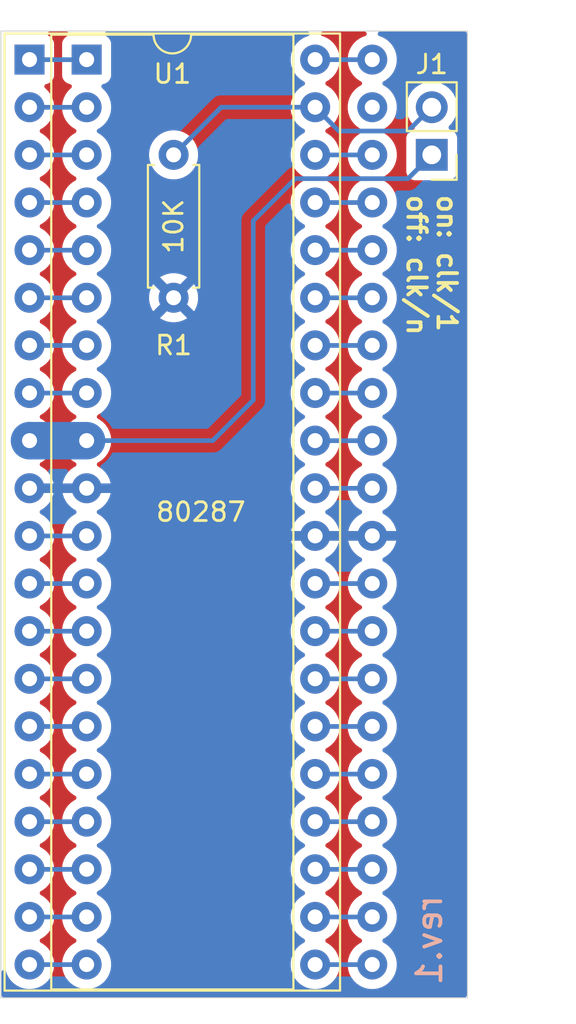
<source format=kicad_pcb>
(kicad_pcb (version 20241229) (generator "pcbnew") (generator_version "9.0")
  (title_block (title "286 booster") (date "2021-12-27") (rev "1") (company "Necroware") (comment 1 "by Scorp"))
  (layers (0 "F.Cu" signal) (2 "B.Cu" signal) (13 "F.Paste" user) (15 "B.Paste" user) (5 "F.SilkS" user "F.Silkscreen") (7 "B.SilkS" user "B.Silkscreen") (1 "F.Mask" user) (3 "B.Mask" user) (25 "Edge.Cuts" user))
  (net 0 "")
  (net 1 "GND")
  (net 2 "VCC")
  (net 3 "CKM")
  (net 4 "/~{READY}")
  (net 5 "/D3")
  (net 6 "/D4")
  (net 7 "/HLDA")
  (net 8 "/D5")
  (net 9 "/CLK286")
  (net 10 "/D6")
  (net 11 "/~{PEACK}")
  (net 12 "/D7")
  (net 13 "/RESET")
  (net 14 "/D8")
  (net 15 "/~{NPS1}")
  (net 16 "/D9")
  (net 17 "/NPS2")
  (net 18 "/NC13")
  (net 19 "/CLK")
  (net 20 "/D10")
  (net 21 "/CMD1")
  (net 22 "/D11")
  (net 23 "/CMD0")
  (net 24 "/~{NPWR}")
  (net 25 "/D12")
  (net 26 "/~{NPRD}")
  (net 27 "/D13")
  (net 28 "/~{ERROR}")
  (net 29 "/D14")
  (net 30 "/~{BUSY}")
  (net 31 "/D15")
  (net 32 "/PEREQ")
  (net 33 "/NC4")
  (net 34 "/D0")
  (net 35 "/~{INTA}")
  (net 36 "/D1")
  (net 37 "/~{S0}")
  (net 38 "/D2")
  (net 39 "/~{S1}")
  (footprint "Package_DIP:DIP-40_W15.24mm" (layer "F.Cu") (at 144.78 59.69)
    (property "Reference" "U2")
    (property "Value" "Socket")
    (pad "1" thru_hole rect (at 0 0) (size 1.6 1.6) (drill 0.8) (layers "*.Cu" "*.Mask") (net 39 "/~{S1}"))
    (pad "2" thru_hole oval (at 0 2.54) (size 1.6 1.6) (drill 0.8) (layers "*.Cu" "*.Mask") (net 37 "/~{S0}"))
    (pad "3" thru_hole oval (at 0 5.08) (size 1.6 1.6) (drill 0.8) (layers "*.Cu" "*.Mask") (net 35 "/~{INTA}"))
    (pad "4" thru_hole oval (at 0 7.62) (size 1.6 1.6) (drill 0.8) (layers "*.Cu" "*.Mask") (net 33 "/NC4"))
    (pad "5" thru_hole oval (at 0 10.16) (size 1.6 1.6) (drill 0.8) (layers "*.Cu" "*.Mask") (net 31 "/D15"))
    (pad "6" thru_hole oval (at 0 12.7) (size 1.6 1.6) (drill 0.8) (layers "*.Cu" "*.Mask") (net 29 "/D14"))
    (pad "7" thru_hole oval (at 0 15.24) (size 1.6 1.6) (drill 0.8) (layers "*.Cu" "*.Mask") (net 27 "/D13"))
    (pad "8" thru_hole oval (at 0 17.78) (size 1.6 1.6) (drill 0.8) (layers "*.Cu" "*.Mask") (net 25 "/D12"))
    (pad "9" thru_hole oval (at 0 20.32) (size 1.6 1.6) (drill 0.8) (layers "*.Cu" "*.Mask") (net 2 "VCC"))
    (pad "10" thru_hole oval (at 0 22.86) (size 1.6 1.6) (drill 0.8) (layers "*.Cu" "*.Mask") (net 1 "GND"))
    (pad "11" thru_hole oval (at 0 25.4) (size 1.6 1.6) (drill 0.8) (layers "*.Cu" "*.Mask") (net 22 "/D11"))
    (pad "12" thru_hole oval (at 0 27.94) (size 1.6 1.6) (drill 0.8) (layers "*.Cu" "*.Mask") (net 20 "/D10"))
    (pad "13" thru_hole oval (at 0 30.48) (size 1.6 1.6) (drill 0.8) (layers "*.Cu" "*.Mask") (net 18 "/NC13"))
    (pad "14" thru_hole oval (at 0 33.02) (size 1.6 1.6) (drill 0.8) (layers "*.Cu" "*.Mask") (net 16 "/D9"))
    (pad "15" thru_hole oval (at 0 35.56) (size 1.6 1.6) (drill 0.8) (layers "*.Cu" "*.Mask") (net 14 "/D8"))
    (pad "16" thru_hole oval (at 0 38.1) (size 1.6 1.6) (drill 0.8) (layers "*.Cu" "*.Mask") (net 12 "/D7"))
    (pad "17" thru_hole oval (at 0 40.64) (size 1.6 1.6) (drill 0.8) (layers "*.Cu" "*.Mask") (net 10 "/D6"))
    (pad "18" thru_hole oval (at 0 43.18) (size 1.6 1.6) (drill 0.8) (layers "*.Cu" "*.Mask") (net 8 "/D5"))
    (pad "19" thru_hole oval (at 0 45.72) (size 1.6 1.6) (drill 0.8) (layers "*.Cu" "*.Mask") (net 6 "/D4"))
    (pad "20" thru_hole oval (at 0 48.26) (size 1.6 1.6) (drill 0.8) (layers "*.Cu" "*.Mask") (net 5 "/D3"))
    (pad "21" thru_hole oval (at 15.24 48.26) (size 1.6 1.6) (drill 0.8) (layers "*.Cu" "*.Mask") (net 38 "/D2"))
    (pad "22" thru_hole oval (at 15.24 45.72) (size 1.6 1.6) (drill 0.8) (layers "*.Cu" "*.Mask") (net 36 "/D1"))
    (pad "23" thru_hole oval (at 15.24 43.18) (size 1.6 1.6) (drill 0.8) (layers "*.Cu" "*.Mask") (net 34 "/D0"))
    (pad "24" thru_hole oval (at 15.24 40.64) (size 1.6 1.6) (drill 0.8) (layers "*.Cu" "*.Mask") (net 32 "/PEREQ"))
    (pad "25" thru_hole oval (at 15.24 38.1) (size 1.6 1.6) (drill 0.8) (layers "*.Cu" "*.Mask") (net 30 "/~{BUSY}"))
    (pad "26" thru_hole oval (at 15.24 35.56) (size 1.6 1.6) (drill 0.8) (layers "*.Cu" "*.Mask") (net 28 "/~{ERROR}"))
    (pad "27" thru_hole oval (at 15.24 33.02) (size 1.6 1.6) (drill 0.8) (layers "*.Cu" "*.Mask") (net 26 "/~{NPRD}"))
    (pad "28" thru_hole oval (at 15.24 30.48) (size 1.6 1.6) (drill 0.8) (layers "*.Cu" "*.Mask") (net 24 "/~{NPWR}"))
    (pad "29" thru_hole oval (at 15.24 27.94) (size 1.6 1.6) (drill 0.8) (layers "*.Cu" "*.Mask") (net 23 "/CMD0"))
    (pad "30" thru_hole oval (at 15.24 25.4) (size 1.6 1.6) (drill 0.8) (layers "*.Cu" "*.Mask") (net 1 "GND"))
    (pad "31" thru_hole oval (at 15.24 22.86) (size 1.6 1.6) (drill 0.8) (layers "*.Cu" "*.Mask") (net 21 "/CMD1"))
    (pad "32" thru_hole oval (at 15.24 20.32) (size 1.6 1.6) (drill 0.8) (layers "*.Cu" "*.Mask") (net 19 "/CLK"))
    (pad "33" thru_hole oval (at 15.24 17.78) (size 1.6 1.6) (drill 0.8) (layers "*.Cu" "*.Mask") (net 17 "/NPS2"))
    (pad "34" thru_hole oval (at 15.24 15.24) (size 1.6 1.6) (drill 0.8) (layers "*.Cu" "*.Mask") (net 15 "/~{NPS1}"))
    (pad "35" thru_hole oval (at 15.24 12.7) (size 1.6 1.6) (drill 0.8) (layers "*.Cu" "*.Mask") (net 13 "/RESET"))
    (pad "36" thru_hole oval (at 15.24 10.16) (size 1.6 1.6) (drill 0.8) (layers "*.Cu" "*.Mask") (net 11 "/~{PEACK}"))
    (pad "37" thru_hole oval (at 15.24 7.62) (size 1.6 1.6) (drill 0.8) (layers "*.Cu" "*.Mask") (net 9 "/CLK286"))
    (pad "38" thru_hole oval (at 15.24 5.08) (size 1.6 1.6) (drill 0.8) (layers "*.Cu" "*.Mask") (net 7 "/HLDA"))
    (pad "39" thru_hole oval (at 15.24 2.54) (size 1.6 1.6) (drill 0.8) (layers "*.Cu" "*.Mask"))
    (pad "40" thru_hole oval (at 15.24 0) (size 1.6 1.6) (drill 0.8) (layers "*.Cu" "*.Mask") (net 4 "/~{READY}"))
  )
  (footprint "Connector_PinHeader_2.54mm:PinHeader_1x02_P2.54mm_Vertical" (layer "F.Cu") (at 163.195 64.77 180)
    (property "Reference" "J1" (at 0 4.826 0) (layer "F.SilkS"))
    (property "Value" "Conn_01x02_Female")
    (fp_line (start 1.33 1.27) (end 1.33 3.87) (stroke (width 0.12)) (layer "F.SilkS"))
    (fp_line (start -1.33 3.87) (end 1.33 3.87) (stroke (width 0.12)) (layer "F.SilkS"))
    (fp_line (start -1.33 1.27) (end 1.33 1.27) (stroke (width 0.12)) (layer "F.SilkS"))
    (fp_line (start -1.33 1.27) (end -1.33 3.87) (stroke (width 0.12)) (layer "F.SilkS"))
    (fp_line (start -1.33 0) (end -1.33 -1.33) (stroke (width 0.12)) (layer "F.SilkS"))
    (fp_line (start -1.33 -1.33) (end 0 -1.33) (stroke (width 0.12)) (layer "F.SilkS"))
    (pad "1" thru_hole rect (at 0 0 180) (size 1.7 1.7) (drill 1) (layers "*.Cu" "*.Mask") (net 2 "VCC"))
    (pad "2" thru_hole oval (at 0 2.54 180) (size 1.7 1.7) (drill 1) (layers "*.Cu" "*.Mask") (net 3 "CKM"))
  )
  (footprint "Package_DIP:DIP-40_W15.24mm_Socket" (layer "F.Cu") (at 141.732 59.69)
    (property "Reference" "U1" (at 7.62 0.762 0) (layer "F.SilkS"))
    (property "Value" "80287" (at 9.144 24.125 180) (layer "F.SilkS"))
    (fp_line (start -1.33 -1.39) (end -1.33 49.65) (stroke (width 0.12)) (layer "F.SilkS"))
    (fp_line (start -1.33 49.65) (end 16.57 49.65) (stroke (width 0.12)) (layer "F.SilkS"))
    (fp_line (start 1.16 -1.33) (end 1.16 49.59) (stroke (width 0.12)) (layer "F.SilkS"))
    (fp_line (start 1.16 49.59) (end 14.08 49.59) (stroke (width 0.12)) (layer "F.SilkS"))
    (fp_line (start 6.62 -1.33) (end 1.16 -1.33) (stroke (width 0.12)) (layer "F.SilkS"))
    (fp_line (start 14.08 -1.33) (end 8.62 -1.33) (stroke (width 0.12)) (layer "F.SilkS"))
    (fp_line (start 14.08 49.59) (end 14.08 -1.33) (stroke (width 0.12)) (layer "F.SilkS"))
    (fp_line (start 16.57 -1.39) (end -1.33 -1.39) (stroke (width 0.12)) (layer "F.SilkS"))
    (fp_line (start 16.57 49.65) (end 16.57 -1.39) (stroke (width 0.12)) (layer "F.SilkS"))
    (fp_arc (start 8.62 -1.33) (mid 7.62 -0.33) (end 6.62 -1.33) (stroke (width 0.12)) (layer "F.SilkS"))
    (pad "1" thru_hole rect (at 0 0) (size 1.6 1.6) (drill 0.8) (layers "*.Cu" "*.Mask") (net 39 "/~{S1}"))
    (pad "2" thru_hole oval (at 0 2.54) (size 1.6 1.6) (drill 0.8) (layers "*.Cu" "*.Mask") (net 37 "/~{S0}"))
    (pad "3" thru_hole oval (at 0 5.08) (size 1.6 1.6) (drill 0.8) (layers "*.Cu" "*.Mask") (net 35 "/~{INTA}"))
    (pad "4" thru_hole oval (at 0 7.62) (size 1.6 1.6) (drill 0.8) (layers "*.Cu" "*.Mask") (net 33 "/NC4"))
    (pad "5" thru_hole oval (at 0 10.16) (size 1.6 1.6) (drill 0.8) (layers "*.Cu" "*.Mask") (net 31 "/D15"))
    (pad "6" thru_hole oval (at 0 12.7) (size 1.6 1.6) (drill 0.8) (layers "*.Cu" "*.Mask") (net 29 "/D14"))
    (pad "7" thru_hole oval (at 0 15.24) (size 1.6 1.6) (drill 0.8) (layers "*.Cu" "*.Mask") (net 27 "/D13"))
    (pad "8" thru_hole oval (at 0 17.78) (size 1.6 1.6) (drill 0.8) (layers "*.Cu" "*.Mask") (net 25 "/D12"))
    (pad "9" thru_hole oval (at 0 20.32) (size 1.6 1.6) (drill 0.8) (layers "*.Cu" "*.Mask") (net 2 "VCC"))
    (pad "10" thru_hole oval (at 0 22.86) (size 1.6 1.6) (drill 0.8) (layers "*.Cu" "*.Mask") (net 1 "GND"))
    (pad "11" thru_hole oval (at 0 25.4) (size 1.6 1.6) (drill 0.8) (layers "*.Cu" "*.Mask") (net 22 "/D11"))
    (pad "12" thru_hole oval (at 0 27.94) (size 1.6 1.6) (drill 0.8) (layers "*.Cu" "*.Mask") (net 20 "/D10"))
    (pad "13" thru_hole oval (at 0 30.48) (size 1.6 1.6) (drill 0.8) (layers "*.Cu" "*.Mask") (net 18 "/NC13"))
    (pad "14" thru_hole oval (at 0 33.02) (size 1.6 1.6) (drill 0.8) (layers "*.Cu" "*.Mask") (net 16 "/D9"))
    (pad "15" thru_hole oval (at 0 35.56) (size 1.6 1.6) (drill 0.8) (layers "*.Cu" "*.Mask") (net 14 "/D8"))
    (pad "16" thru_hole oval (at 0 38.1) (size 1.6 1.6) (drill 0.8) (layers "*.Cu" "*.Mask") (net 12 "/D7"))
    (pad "17" thru_hole oval (at 0 40.64) (size 1.6 1.6) (drill 0.8) (layers "*.Cu" "*.Mask") (net 10 "/D6"))
    (pad "18" thru_hole oval (at 0 43.18) (size 1.6 1.6) (drill 0.8) (layers "*.Cu" "*.Mask") (net 8 "/D5"))
    (pad "19" thru_hole oval (at 0 45.72) (size 1.6 1.6) (drill 0.8) (layers "*.Cu" "*.Mask") (net 6 "/D4"))
    (pad "20" thru_hole oval (at 0 48.26) (size 1.6 1.6) (drill 0.8) (layers "*.Cu" "*.Mask") (net 5 "/D3"))
    (pad "21" thru_hole oval (at 15.24 48.26) (size 1.6 1.6) (drill 0.8) (layers "*.Cu" "*.Mask") (net 38 "/D2"))
    (pad "22" thru_hole oval (at 15.24 45.72) (size 1.6 1.6) (drill 0.8) (layers "*.Cu" "*.Mask") (net 36 "/D1"))
    (pad "23" thru_hole oval (at 15.24 43.18) (size 1.6 1.6) (drill 0.8) (layers "*.Cu" "*.Mask") (net 34 "/D0"))
    (pad "24" thru_hole oval (at 15.24 40.64) (size 1.6 1.6) (drill 0.8) (layers "*.Cu" "*.Mask") (net 32 "/PEREQ"))
    (pad "25" thru_hole oval (at 15.24 38.1) (size 1.6 1.6) (drill 0.8) (layers "*.Cu" "*.Mask") (net 30 "/~{BUSY}"))
    (pad "26" thru_hole oval (at 15.24 35.56) (size 1.6 1.6) (drill 0.8) (layers "*.Cu" "*.Mask") (net 28 "/~{ERROR}"))
    (pad "27" thru_hole oval (at 15.24 33.02) (size 1.6 1.6) (drill 0.8) (layers "*.Cu" "*.Mask") (net 26 "/~{NPRD}"))
    (pad "28" thru_hole oval (at 15.24 30.48) (size 1.6 1.6) (drill 0.8) (layers "*.Cu" "*.Mask") (net 24 "/~{NPWR}"))
    (pad "29" thru_hole oval (at 15.24 27.94) (size 1.6 1.6) (drill 0.8) (layers "*.Cu" "*.Mask") (net 23 "/CMD0"))
    (pad "30" thru_hole oval (at 15.24 25.4) (size 1.6 1.6) (drill 0.8) (layers "*.Cu" "*.Mask") (net 1 "GND"))
    (pad "31" thru_hole oval (at 15.24 22.86) (size 1.6 1.6) (drill 0.8) (layers "*.Cu" "*.Mask") (net 21 "/CMD1"))
    (pad "32" thru_hole oval (at 15.24 20.32) (size 1.6 1.6) (drill 0.8) (layers "*.Cu" "*.Mask") (net 19 "/CLK"))
    (pad "33" thru_hole oval (at 15.24 17.78) (size 1.6 1.6) (drill 0.8) (layers "*.Cu" "*.Mask") (net 17 "/NPS2"))
    (pad "34" thru_hole oval (at 15.24 15.24) (size 1.6 1.6) (drill 0.8) (layers "*.Cu" "*.Mask") (net 15 "/~{NPS1}"))
    (pad "35" thru_hole oval (at 15.24 12.7) (size 1.6 1.6) (drill 0.8) (layers "*.Cu" "*.Mask") (net 13 "/RESET"))
    (pad "36" thru_hole oval (at 15.24 10.16) (size 1.6 1.6) (drill 0.8) (layers "*.Cu" "*.Mask") (net 11 "/~{PEACK}"))
    (pad "37" thru_hole oval (at 15.24 7.62) (size 1.6 1.6) (drill 0.8) (layers "*.Cu" "*.Mask") (net 9 "/CLK286"))
    (pad "38" thru_hole oval (at 15.24 5.08) (size 1.6 1.6) (drill 0.8) (layers "*.Cu" "*.Mask") (net 7 "/HLDA"))
    (pad "39" thru_hole oval (at 15.24 2.54) (size 1.6 1.6) (drill 0.8) (layers "*.Cu" "*.Mask") (net 3 "CKM"))
    (pad "40" thru_hole oval (at 15.24 0) (size 1.6 1.6) (drill 0.8) (layers "*.Cu" "*.Mask") (net 4 "/~{READY}"))
  )
  (footprint "Symbol:OSHW-Logo2_9.8x8mm_Copper" (layer "F.Cu") (at 150.876 99.06 -90)
    (property "Reference" "REF**" (hide yes))
    (property "Value" "OSHW-Logo2_9.8x8mm_Copper" (hide yes))
  )
  (footprint "Resistor_THT:R_Axial_DIN0207_L6.3mm_D2.5mm_P7.62mm_Horizontal" (layer "F.Cu") (at 149.4195 72.39 90)
    (property "Reference" "R1" (at -2.54 0 0) (layer "F.SilkS"))
    (property "Value" "10K" (at 3.81 0 90) (layer "F.SilkS"))
    (fp_line (start 7.08 -1.37) (end 7.08 -1.04) (stroke (width 0.12)) (layer "F.SilkS"))
    (fp_line (start 0.54 -1.37) (end 7.08 -1.37) (stroke (width 0.12)) (layer "F.SilkS"))
    (fp_line (start 0.54 -1.04) (end 0.54 -1.37) (stroke (width 0.12)) (layer "F.SilkS"))
    (fp_line (start 0.54 1.04) (end 0.54 1.37) (stroke (width 0.12)) (layer "F.SilkS"))
    (fp_line (start 7.08 1.37) (end 7.08 1.04) (stroke (width 0.12)) (layer "F.SilkS"))
    (fp_line (start 0.54 1.37) (end 7.08 1.37) (stroke (width 0.12)) (layer "F.SilkS"))
    (pad "1" thru_hole circle (at 0 0 90) (size 1.6 1.6) (drill 0.8) (layers "*.Cu" "*.Mask") (net 1 "GND"))
    (pad "2" thru_hole oval (at 7.62 0 90) (size 1.6 1.6) (drill 0.8) (layers "*.Cu" "*.Mask") (net 3 "CKM"))
  )
  (gr_line (start 140.208 109.728) (end 140.208 58.166) (stroke (width 0.05)) (layer "Edge.Cuts"))
  (gr_line (start 140.208 58.166) (end 165.1 58.166) (stroke (width 0.05)) (layer "Edge.Cuts"))
  (gr_line (start 165.1 109.728) (end 140.208 109.728) (stroke (width 0.05)) (layer "Edge.Cuts"))
  (gr_line (start 165.1 58.166) (end 165.1 109.728) (stroke (width 0.05)) (layer "Edge.Cuts"))
  (gr_text "on: clk/1\noff: clk/n" (at 163.195 66.802 270) (layer "F.SilkS") (effects (font (size 1 1) (thickness 0.2)) (justify left)))
  (gr_text "rev.${REVISION}" (at 163.068 104.14 90) (layer "B.SilkS") (effects (font (size 1.3 1.3) (thickness 0.2)) (justify left mirror)))
  (segment (start 141.605 82.554) (end 144.776 82.554) (width 0.25) (layer "B.Cu") (net 1))
  (segment (start 144.776 82.554) (end 144.78 82.55) (width 0.25) (layer "B.Cu") (net 1))
  (segment (start 153.67 68.289249) (end 155.919249 66.04) (width 0.25) (layer "B.Cu") (net 2))
  (segment (start 144.78 80.01) (end 151.511 80.01) (width 0.25) (layer "B.Cu") (net 2))
  (segment (start 141.736 80.014) (end 144.776 80.014) (width 2) (layer "B.Cu") (net 2))
  (segment (start 144.776 80.014) (end 144.78 80.01) (width 0.25) (layer "B.Cu") (net 2))
  (segment (start 153.67 77.851) (end 153.67 68.289249) (width 0.25) (layer "B.Cu") (net 2))
  (segment (start 161.925 66.04) (end 163.195 64.77) (width 0.25) (layer "B.Cu") (net 2))
  (segment (start 141.732 80.01) (end 141.736 80.014) (width 2) (layer "B.Cu") (net 2))
  (segment (start 151.511 80.01) (end 153.67 77.851) (width 0.25) (layer "B.Cu") (net 2))
  (segment (start 155.919249 66.04) (end 161.925 66.04) (width 0.25) (layer "B.Cu") (net 2))
  (segment (start 158.242 63.5) (end 161.925 63.5) (width 0.25) (layer "B.Cu") (net 3))
  (segment (start 156.972 62.23) (end 158.242 63.5) (width 0.25) (layer "B.Cu") (net 3))
  (segment (start 161.925 63.5) (end 163.195 62.23) (width 0.25) (layer "B.Cu") (net 3))
  (segment (start 156.972 62.23) (end 151.9595 62.23) (width 0.25) (layer "B.Cu") (net 3))
  (segment (start 151.9595 62.23) (end 149.4195 64.77) (width 0.25) (layer "B.Cu") (net 3))
  (segment (start 156.845 59.694) (end 160.016 59.694) (width 0.25) (layer "B.Cu") (net 4))
  (segment (start 160.016 59.694) (end 160.02 59.69) (width 0.25) (layer "B.Cu") (net 4))
  (segment (start 144.776 107.954) (end 144.78 107.95) (width 0.25) (layer "B.Cu") (net 5))
  (segment (start 141.605 107.954) (end 144.776 107.954) (width 0.25) (layer "B.Cu") (net 5))
  (segment (start 144.776 105.414) (end 144.78 105.41) (width 0.25) (layer "B.Cu") (net 6))
  (segment (start 141.605 105.414) (end 144.776 105.414) (width 0.25) (layer "B.Cu") (net 6))
  (segment (start 160.016 64.774) (end 160.02 64.77) (width 0.25) (layer "B.Cu") (net 7))
  (segment (start 156.845 64.774) (end 160.016 64.774) (width 0.25) (layer "B.Cu") (net 7))
  (segment (start 141.605 102.874) (end 144.776 102.874) (width 0.25) (layer "B.Cu") (net 8))
  (segment (start 144.776 102.874) (end 144.78 102.87) (width 0.25) (layer "B.Cu") (net 8))
  (segment (start 160.016 67.314) (end 160.02 67.31) (width 0.25) (layer "B.Cu") (net 9))
  (segment (start 156.845 67.314) (end 160.016 67.314) (width 0.25) (layer "B.Cu") (net 9))
  (segment (start 141.605 100.334) (end 144.776 100.334) (width 0.25) (layer "B.Cu") (net 10))
  (segment (start 144.776 100.334) (end 144.78 100.33) (width 0.25) (layer "B.Cu") (net 10))
  (segment (start 156.845 69.854) (end 160.016 69.854) (width 0.25) (layer "B.Cu") (net 11))
  (segment (start 160.016 69.854) (end 160.02 69.85) (width 0.25) (layer "B.Cu") (net 11))
  (segment (start 144.776 97.794) (end 144.78 97.79) (width 0.25) (layer "B.Cu") (net 12))
  (segment (start 141.605 97.794) (end 144.776 97.794) (width 0.25) (layer "B.Cu") (net 12))
  (segment (start 160.016 72.394) (end 160.02 72.39) (width 0.25) (layer "B.Cu") (net 13))
  (segment (start 156.845 72.394) (end 160.016 72.394) (width 0.25) (layer "B.Cu") (net 13))
  (segment (start 144.776 95.254) (end 144.78 95.25) (width 0.25) (layer "B.Cu") (net 14))
  (segment (start 141.605 95.254) (end 144.776 95.254) (width 0.25) (layer "B.Cu") (net 14))
  (segment (start 160.016 74.934) (end 160.02 74.93) (width 0.25) (layer "B.Cu") (net 15))
  (segment (start 156.845 74.934) (end 160.016 74.934) (width 0.25) (layer "B.Cu") (net 15))
  (segment (start 144.776 92.714) (end 144.78 92.71) (width 0.25) (layer "B.Cu") (net 16))
  (segment (start 141.605 92.714) (end 144.776 92.714) (width 0.25) (layer "B.Cu") (net 16))
  (segment (start 160.016 77.474) (end 160.02 77.47) (width 0.25) (layer "B.Cu") (net 17))
  (segment (start 156.845 77.474) (end 160.016 77.474) (width 0.25) (layer "B.Cu") (net 17))
  (segment (start 141.605 90.174) (end 144.776 90.174) (width 0.25) (layer "B.Cu") (net 18))
  (segment (start 144.776 90.174) (end 144.78 90.17) (width 0.25) (layer "B.Cu") (net 18))
  (segment (start 156.845 80.014) (end 160.016 80.014) (width 0.25) (layer "B.Cu") (net 19))
  (segment (start 160.016 80.014) (end 160.02 80.01) (width 0.25) (layer "B.Cu") (net 19))
  (segment (start 144.776 87.634) (end 144.78 87.63) (width 0.25) (layer "B.Cu") (net 20))
  (segment (start 141.605 87.634) (end 144.776 87.634) (width 0.25) (layer "B.Cu") (net 20))
  (segment (start 160.016 82.554) (end 160.02 82.55) (width 0.25) (layer "B.Cu") (net 21))
  (segment (start 156.845 82.554) (end 160.016 82.554) (width 0.25) (layer "B.Cu") (net 21))
  (segment (start 144.776 85.094) (end 144.78 85.09) (width 0.25) (layer "B.Cu") (net 22))
  (segment (start 141.605 85.094) (end 144.776 85.094) (width 0.25) (layer "B.Cu") (net 22))
  (segment (start 160.016 87.634) (end 160.02 87.63) (width 0.25) (layer "B.Cu") (net 23))
  (segment (start 156.845 87.634) (end 160.016 87.634) (width 0.25) (layer "B.Cu") (net 23))
  (segment (start 160.016 90.174) (end 160.02 90.17) (width 0.25) (layer "B.Cu") (net 24))
  (segment (start 156.845 90.174) (end 160.016 90.174) (width 0.25) (layer "B.Cu") (net 24))
  (segment (start 144.776 77.474) (end 144.78 77.47) (width 0.25) (layer "B.Cu") (net 25))
  (segment (start 141.605 77.474) (end 144.776 77.474) (width 0.25) (layer "B.Cu") (net 25))
  (segment (start 156.845 92.714) (end 160.016 92.714) (width 0.25) (layer "B.Cu") (net 26))
  (segment (start 160.016 92.714) (end 160.02 92.71) (width 0.25) (layer "B.Cu") (net 26))
  (segment (start 141.605 74.934) (end 144.776 74.934) (width 0.25) (layer "B.Cu") (net 27))
  (segment (start 144.776 74.934) (end 144.78 74.93) (width 0.25) (layer "B.Cu") (net 27))
  (segment (start 156.845 95.254) (end 160.016 95.254) (width 0.25) (layer "B.Cu") (net 28))
  (segment (start 160.016 95.254) (end 160.02 95.25) (width 0.25) (layer "B.Cu") (net 28))
  (segment (start 141.605 72.394) (end 144.776 72.394) (width 0.25) (layer "B.Cu") (net 29))
  (segment (start 144.776 72.394) (end 144.78 72.39) (width 0.25) (layer "B.Cu") (net 29))
  (segment (start 160.016 97.794) (end 160.02 97.79) (width 0.25) (layer "B.Cu") (net 30))
  (segment (start 156.845 97.794) (end 160.016 97.794) (width 0.25) (layer "B.Cu") (net 30))
  (segment (start 141.605 69.854) (end 144.776 69.854) (width 0.25) (layer "B.Cu") (net 31))
  (segment (start 144.776 69.854) (end 144.78 69.85) (width 0.25) (layer "B.Cu") (net 31))
  (segment (start 156.845 100.334) (end 160.016 100.334) (width 0.25) (layer "B.Cu") (net 32))
  (segment (start 160.016 100.334) (end 160.02 100.33) (width 0.25) (layer "B.Cu") (net 32))
  (segment (start 144.776 67.314) (end 144.78 67.31) (width 0.25) (layer "B.Cu") (net 33))
  (segment (start 141.605 67.314) (end 144.776 67.314) (width 0.25) (layer "B.Cu") (net 33))
  (segment (start 160.016 102.874) (end 160.02 102.87) (width 0.25) (layer "B.Cu") (net 34))
  (segment (start 156.845 102.874) (end 160.016 102.874) (width 0.25) (layer "B.Cu") (net 34))
  (segment (start 141.605 64.774) (end 144.776 64.774) (width 0.25) (layer "B.Cu") (net 35))
  (segment (start 144.776 64.774) (end 144.78 64.77) (width 0.25) (layer "B.Cu") (net 35))
  (segment (start 156.845 105.414) (end 160.016 105.414) (width 0.25) (layer "B.Cu") (net 36))
  (segment (start 160.016 105.414) (end 160.02 105.41) (width 0.25) (layer "B.Cu") (net 36))
  (segment (start 141.605 62.234) (end 144.776 62.234) (width 0.25) (layer "B.Cu") (net 37))
  (segment (start 144.776 62.234) (end 144.78 62.23) (width 0.25) (layer "B.Cu") (net 37))
  (segment (start 160.016 107.954) (end 160.02 107.95) (width 0.25) (layer "B.Cu") (net 38))
  (segment (start 156.845 107.954) (end 160.016 107.954) (width 0.25) (layer "B.Cu") (net 38))
  (segment (start 141.605 59.694) (end 144.776 59.694) (width 0.25) (layer "B.Cu") (net 39))
  (segment (start 144.776 59.694) (end 144.78 59.69) (width 0.25) (layer "B.Cu") (net 39))
  (zone (net 1) (net_name "GND") (layers "F.Cu" "B.Cu") (connect_pads (clearance 0.508)) (min_thickness 0.254) (fill yes (thermal_gap 0.508) (thermal_bridge_width 0.508))
    (polygon (pts (xy 165.1 109.728) (xy 140.208 109.728) (xy 140.208 58.166) (xy 165.1 58.166)))
  )
  (zone (net 1) (net_name "GND") (layer "B.Cu") (connect_pads (clearance 0.508)) (min_thickness 0.254) (fill yes (thermal_gap 0.508) (thermal_bridge_width 0.508))
    (polygon (pts (xy 165.1 109.728) (xy 140.208 109.728) (xy 140.208 58.166) (xy 165.1 58.166)))
  )
)
</source>
